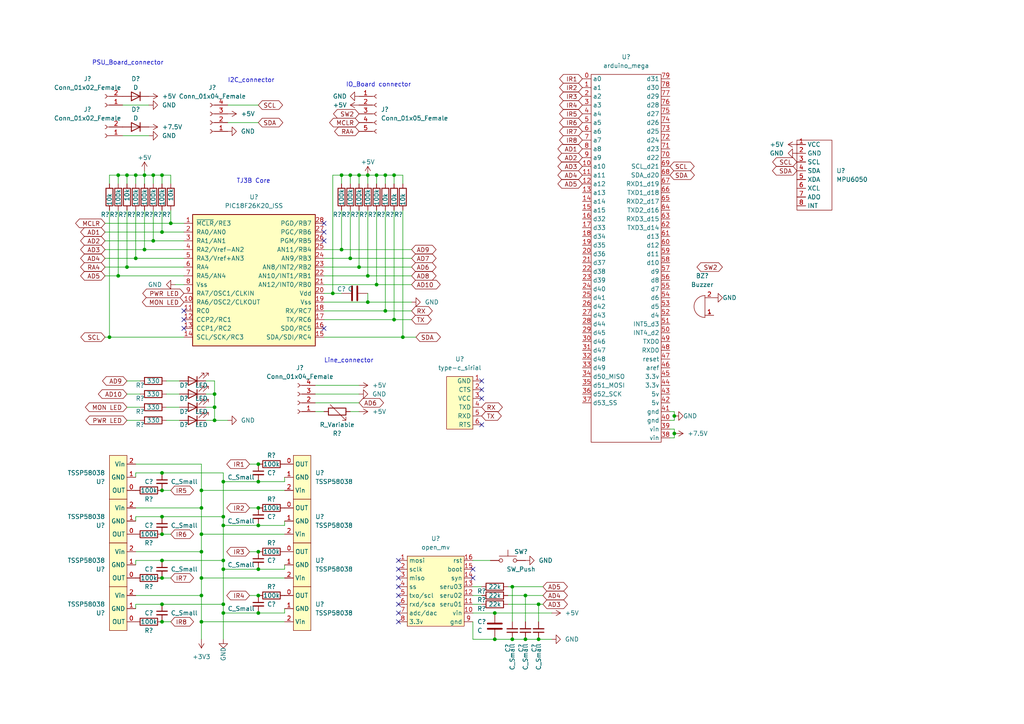
<source format=kicad_sch>
(kicad_sch (version 20211123) (generator eeschema)
  (paper "A4")
  (junction (at 148.59 170.18))
  (junction (at 62.23 118.11))
  (junction (at 58.42 172.72))
  (junction (at 64.77 165.1))
  (junction (at 143.51 185.42))
  (junction (at 58.42 180.34))
  (junction (at 106.68 87.63))
  (junction (at 114.3 92.71))
  (junction (at 74.93 165.1))
  (junction (at 46.99 137.16))
  (junction (at 39.37 50.8))
  (junction (at 148.59 185.42))
  (junction (at 74.93 160.02))
  (junction (at 74.93 134.62))
  (junction (at 111.76 90.17))
  (junction (at 44.45 50.8))
  (junction (at 195.58 125.73))
  (junction (at 39.37 74.93))
  (junction (at 31.75 97.79))
  (junction (at 64.77 162.56))
  (junction (at 152.4 172.72))
  (junction (at 58.42 160.02))
  (junction (at 34.29 80.01))
  (junction (at 36.83 50.8))
  (junction (at 99.06 50.8))
  (junction (at 109.22 50.8))
  (junction (at 111.76 50.8))
  (junction (at 74.93 147.32))
  (junction (at 114.3 50.8))
  (junction (at 46.99 142.24))
  (junction (at 64.77 139.7))
  (junction (at 44.45 69.85))
  (junction (at 99.06 72.39))
  (junction (at 156.21 185.42))
  (junction (at 46.99 167.64))
  (junction (at 64.77 177.8))
  (junction (at 96.52 85.09))
  (junction (at 64.77 175.26))
  (junction (at 74.93 139.7))
  (junction (at 101.6 74.93))
  (junction (at 46.99 149.86))
  (junction (at 58.42 142.24))
  (junction (at 74.93 172.72))
  (junction (at 46.99 180.34))
  (junction (at 156.21 175.26))
  (junction (at 64.77 149.86))
  (junction (at 46.99 50.8))
  (junction (at 41.91 50.8))
  (junction (at 106.68 80.01))
  (junction (at 62.23 114.3))
  (junction (at 46.99 154.94))
  (junction (at 116.84 97.79))
  (junction (at 46.99 162.56))
  (junction (at 58.42 147.32))
  (junction (at 36.83 77.47))
  (junction (at 74.93 152.4))
  (junction (at 104.14 50.8))
  (junction (at 62.23 121.92))
  (junction (at 195.58 120.65))
  (junction (at 143.51 177.8))
  (junction (at 106.68 50.8))
  (junction (at 34.29 50.8))
  (junction (at 46.99 175.26))
  (junction (at 49.53 64.77))
  (junction (at 46.99 67.31))
  (junction (at 104.14 77.47))
  (junction (at 109.22 82.55))
  (junction (at 152.4 185.42))
  (junction (at 58.42 154.94))
  (junction (at 41.91 72.39))
  (junction (at 64.77 152.4))
  (junction (at 58.42 167.64))
  (junction (at 74.93 177.8))
  (junction (at 101.6 50.8))
  (no_connect (at 115.57 177.8))
  (no_connect (at 115.57 172.72))
  (no_connect (at 53.34 90.17))
  (no_connect (at 93.98 67.31))
  (no_connect (at 115.57 180.34))
  (no_connect (at 115.57 162.56))
  (no_connect (at 115.57 167.64))
  (no_connect (at 93.98 64.77))
  (no_connect (at 139.7 123.19))
  (no_connect (at 137.16 167.64))
  (no_connect (at 53.34 95.25))
  (no_connect (at 139.7 115.57))
  (no_connect (at 139.7 110.49))
  (no_connect (at 115.57 165.1))
  (no_connect (at 93.98 69.85))
  (no_connect (at 115.57 175.26))
  (no_connect (at 139.7 113.03))
  (no_connect (at 115.57 170.18))
  (no_connect (at 137.16 165.1))
  (no_connect (at 53.34 92.71))
  (no_connect (at 93.98 95.25))
  (wire (pts (xy 195.58 125.73) (xy 195.58 127)))
  (wire (pts (xy 41.91 49.53) (xy 41.91 50.8)))
  (wire (pts (xy 93.98 90.17) (xy 111.76 90.17)))
  (wire (pts (xy 101.6 74.93) (xy 119.38 74.93)))
  (wire (pts (xy 74.93 165.1) (xy 82.55 165.1)))
  (wire (pts (xy 116.84 97.79) (xy 120.65 97.79)))
  (wire (pts (xy 58.42 167.64) (xy 82.55 167.64)))
  (wire (pts (xy 139.7 170.18) (xy 137.16 170.18)))
  (wire (pts (xy 106.68 87.63) (xy 119.38 87.63)))
  (wire (pts (xy 49.53 180.34) (xy 46.99 180.34)))
  (wire (pts (xy 156.21 175.26) (xy 157.48 175.26)))
  (wire (pts (xy 111.76 60.96) (xy 111.76 90.17)))
  (wire (pts (xy 99.06 72.39) (xy 93.98 72.39)))
  (wire (pts (xy 114.3 50.8) (xy 116.84 50.8)))
  (wire (pts (xy 64.77 149.86) (xy 64.77 152.4)))
  (wire (pts (xy 64.77 177.8) (xy 74.93 177.8)))
  (wire (pts (xy 148.59 185.42) (xy 143.51 185.42)))
  (wire (pts (xy 66.04 30.48) (xy 74.93 30.48)))
  (wire (pts (xy 46.99 67.31) (xy 53.34 67.31)))
  (wire (pts (xy 152.4 172.72) (xy 157.48 172.72)))
  (wire (pts (xy 74.93 139.7) (xy 82.55 139.7)))
  (wire (pts (xy 194.31 121.92) (xy 195.58 121.92)))
  (wire (pts (xy 139.7 172.72) (xy 137.16 172.72)))
  (wire (pts (xy 106.68 85.09) (xy 106.68 87.63)))
  (wire (pts (xy 36.83 118.11) (xy 40.64 118.11)))
  (wire (pts (xy 62.23 110.49) (xy 59.69 110.49)))
  (wire (pts (xy 41.91 53.34) (xy 41.91 50.8)))
  (wire (pts (xy 41.91 50.8) (xy 44.45 50.8)))
  (wire (pts (xy 44.45 50.8) (xy 44.45 53.34)))
  (wire (pts (xy 111.76 50.8) (xy 109.22 50.8)))
  (wire (pts (xy 44.45 69.85) (xy 53.34 69.85)))
  (wire (pts (xy 99.06 50.8) (xy 101.6 50.8)))
  (wire (pts (xy 114.3 92.71) (xy 119.38 92.71)))
  (wire (pts (xy 30.48 97.79) (xy 31.75 97.79)))
  (wire (pts (xy 49.53 154.94) (xy 46.99 154.94)))
  (wire (pts (xy 59.69 114.3) (xy 62.23 114.3)))
  (wire (pts (xy 194.31 119.38) (xy 195.58 119.38)))
  (wire (pts (xy 49.53 142.24) (xy 46.99 142.24)))
  (wire (pts (xy 64.77 177.8) (xy 64.77 185.42)))
  (wire (pts (xy 34.29 53.34) (xy 34.29 50.8)))
  (wire (pts (xy 30.48 67.31) (xy 46.99 67.31)))
  (wire (pts (xy 72.39 172.72) (xy 74.93 172.72)))
  (wire (pts (xy 148.59 170.18) (xy 148.59 180.34)))
  (wire (pts (xy 93.98 77.47) (xy 104.14 77.47)))
  (wire (pts (xy 50.8 82.55) (xy 53.34 82.55)))
  (wire (pts (xy 99.06 60.96) (xy 99.06 72.39)))
  (wire (pts (xy 41.91 72.39) (xy 53.34 72.39)))
  (wire (pts (xy 156.21 185.42) (xy 152.4 185.42)))
  (wire (pts (xy 36.83 77.47) (xy 53.34 77.47)))
  (wire (pts (xy 64.77 162.56) (xy 64.77 165.1)))
  (wire (pts (xy 58.42 167.64) (xy 58.42 172.72)))
  (wire (pts (xy 101.6 60.96) (xy 101.6 74.93)))
  (wire (pts (xy 49.53 60.96) (xy 49.53 64.77)))
  (wire (pts (xy 30.48 72.39) (xy 41.91 72.39)))
  (wire (pts (xy 64.77 175.26) (xy 64.77 177.8)))
  (wire (pts (xy 64.77 165.1) (xy 74.93 165.1)))
  (wire (pts (xy 109.22 60.96) (xy 109.22 82.55)))
  (wire (pts (xy 39.37 163.83) (xy 39.37 162.56)))
  (wire (pts (xy 39.37 160.02) (xy 58.42 160.02)))
  (wire (pts (xy 99.06 72.39) (xy 119.38 72.39)))
  (wire (pts (xy 58.42 180.34) (xy 58.42 185.42)))
  (wire (pts (xy 30.48 64.77) (xy 49.53 64.77)))
  (wire (pts (xy 48.26 121.92) (xy 52.07 121.92)))
  (wire (pts (xy 34.29 60.96) (xy 34.29 80.01)))
  (wire (pts (xy 72.39 147.32) (xy 74.93 147.32)))
  (wire (pts (xy 96.52 50.8) (xy 99.06 50.8)))
  (wire (pts (xy 91.44 116.84) (xy 104.14 116.84)))
  (wire (pts (xy 36.83 121.92) (xy 40.64 121.92)))
  (wire (pts (xy 30.48 69.85) (xy 44.45 69.85)))
  (wire (pts (xy 64.77 137.16) (xy 64.77 139.7)))
  (wire (pts (xy 39.37 60.96) (xy 39.37 74.93)))
  (wire (pts (xy 39.37 149.86) (xy 46.99 149.86)))
  (wire (pts (xy 93.98 87.63) (xy 106.68 87.63)))
  (wire (pts (xy 36.83 60.96) (xy 36.83 77.47)))
  (wire (pts (xy 31.75 50.8) (xy 34.29 50.8)))
  (wire (pts (xy 39.37 172.72) (xy 58.42 172.72)))
  (wire (pts (xy 96.52 85.09) (xy 96.52 50.8)))
  (wire (pts (xy 147.32 175.26) (xy 156.21 175.26)))
  (wire (pts (xy 46.99 137.16) (xy 39.37 137.16)))
  (wire (pts (xy 58.42 160.02) (xy 58.42 167.64)))
  (wire (pts (xy 106.68 60.96) (xy 106.68 80.01)))
  (wire (pts (xy 58.42 180.34) (xy 82.55 180.34)))
  (wire (pts (xy 139.7 175.26) (xy 137.16 175.26)))
  (wire (pts (xy 59.69 118.11) (xy 62.23 118.11)))
  (wire (pts (xy 104.14 50.8) (xy 106.68 50.8)))
  (wire (pts (xy 46.99 60.96) (xy 46.99 67.31)))
  (wire (pts (xy 93.98 92.71) (xy 114.3 92.71)))
  (wire (pts (xy 82.55 151.13) (xy 82.55 152.4)))
  (wire (pts (xy 46.99 137.16) (xy 64.77 137.16)))
  (wire (pts (xy 93.98 80.01) (xy 106.68 80.01)))
  (wire (pts (xy 91.44 114.3) (xy 104.14 114.3)))
  (wire (pts (xy 41.91 60.96) (xy 41.91 72.39)))
  (wire (pts (xy 111.76 90.17) (xy 119.38 90.17)))
  (wire (pts (xy 66.04 121.92) (xy 62.23 121.92)))
  (wire (pts (xy 31.75 97.79) (xy 53.34 97.79)))
  (wire (pts (xy 64.77 152.4) (xy 64.77 162.56)))
  (wire (pts (xy 58.42 134.62) (xy 58.42 142.24)))
  (wire (pts (xy 152.4 172.72) (xy 152.4 180.34)))
  (wire (pts (xy 44.45 50.8) (xy 46.99 50.8)))
  (wire (pts (xy 39.37 74.93) (xy 53.34 74.93)))
  (wire (pts (xy 30.48 74.93) (xy 39.37 74.93)))
  (wire (pts (xy 101.6 50.8) (xy 101.6 53.34)))
  (wire (pts (xy 36.83 110.49) (xy 40.64 110.49)))
  (wire (pts (xy 152.4 185.42) (xy 148.59 185.42)))
  (wire (pts (xy 156.21 175.26) (xy 156.21 180.34)))
  (wire (pts (xy 39.37 176.53) (xy 39.37 175.26)))
  (wire (pts (xy 35.56 39.37) (xy 43.18 39.37)))
  (wire (pts (xy 46.99 50.8) (xy 49.53 50.8)))
  (wire (pts (xy 39.37 151.13) (xy 39.37 149.86)))
  (wire (pts (xy 34.29 80.01) (xy 53.34 80.01)))
  (wire (pts (xy 137.16 185.42) (xy 143.51 185.42)))
  (wire (pts (xy 195.58 127) (xy 194.31 127)))
  (wire (pts (xy 160.02 177.8) (xy 143.51 177.8)))
  (wire (pts (xy 39.37 162.56) (xy 46.99 162.56)))
  (wire (pts (xy 36.83 50.8) (xy 36.83 53.34)))
  (wire (pts (xy 72.39 134.62) (xy 74.93 134.62)))
  (wire (pts (xy 58.42 142.24) (xy 82.55 142.24)))
  (wire (pts (xy 109.22 50.8) (xy 109.22 53.34)))
  (wire (pts (xy 64.77 139.7) (xy 64.77 149.86)))
  (wire (pts (xy 195.58 121.92) (xy 195.58 120.65)))
  (wire (pts (xy 36.83 114.3) (xy 40.64 114.3)))
  (wire (pts (xy 114.3 60.96) (xy 114.3 92.71)))
  (wire (pts (xy 74.93 152.4) (xy 82.55 152.4)))
  (wire (pts (xy 106.68 50.8) (xy 106.68 53.34)))
  (wire (pts (xy 148.59 170.18) (xy 147.32 170.18)))
  (wire (pts (xy 62.23 114.3) (xy 62.23 110.49)))
  (wire (pts (xy 104.14 50.8) (xy 104.14 53.34)))
  (wire (pts (xy 49.53 50.8) (xy 49.53 53.34)))
  (wire (pts (xy 195.58 119.38) (xy 195.58 120.65)))
  (wire (pts (xy 39.37 175.26) (xy 46.99 175.26)))
  (wire (pts (xy 64.77 139.7) (xy 74.93 139.7)))
  (wire (pts (xy 142.24 162.56) (xy 137.16 162.56)))
  (wire (pts (xy 30.48 80.01) (xy 34.29 80.01)))
  (wire (pts (xy 46.99 175.26) (xy 64.77 175.26)))
  (wire (pts (xy 48.26 118.11) (xy 52.07 118.11)))
  (wire (pts (xy 93.98 74.93) (xy 101.6 74.93)))
  (wire (pts (xy 116.84 50.8) (xy 116.84 53.34)))
  (wire (pts (xy 82.55 177.8) (xy 74.93 177.8)))
  (wire (pts (xy 72.39 160.02) (xy 74.93 160.02)))
  (wire (pts (xy 66.04 35.56) (xy 74.93 35.56)))
  (wire (pts (xy 58.42 142.24) (xy 58.42 147.32)))
  (wire (pts (xy 46.99 149.86) (xy 64.77 149.86)))
  (wire (pts (xy 137.16 177.8) (xy 143.51 177.8)))
  (wire (pts (xy 111.76 50.8) (xy 114.3 50.8)))
  (wire (pts (xy 93.98 85.09) (xy 96.52 85.09)))
  (wire (pts (xy 93.98 97.79) (xy 116.84 97.79)))
  (wire (pts (xy 91.44 119.38) (xy 93.98 119.38)))
  (wire (pts (xy 62.23 118.11) (xy 62.23 114.3)))
  (wire (pts (xy 157.48 170.18) (xy 148.59 170.18)))
  (wire (pts (xy 48.26 110.49) (xy 52.07 110.49)))
  (wire (pts (xy 44.45 60.96) (xy 44.45 69.85)))
  (wire (pts (xy 194.31 124.46) (xy 195.58 124.46)))
  (wire (pts (xy 147.32 172.72) (xy 152.4 172.72)))
  (wire (pts (xy 39.37 50.8) (xy 39.37 53.34)))
  (wire (pts (xy 39.37 134.62) (xy 58.42 134.62)))
  (wire (pts (xy 30.48 77.47) (xy 36.83 77.47)))
  (wire (pts (xy 31.75 60.96) (xy 31.75 97.79)))
  (wire (pts (xy 34.29 50.8) (xy 36.83 50.8)))
  (wire (pts (xy 36.83 50.8) (xy 39.37 50.8)))
  (wire (pts (xy 99.06 53.34) (xy 99.06 50.8)))
  (wire (pts (xy 104.14 77.47) (xy 119.38 77.47)))
  (wire (pts (xy 96.52 85.09) (xy 99.06 85.09)))
  (wire (pts (xy 106.68 50.8) (xy 109.22 50.8)))
  (wire (pts (xy 195.58 124.46) (xy 195.58 125.73)))
  (wire (pts (xy 62.23 121.92) (xy 62.23 118.11)))
  (wire (pts (xy 64.77 152.4) (xy 74.93 152.4)))
  (wire (pts (xy 31.75 53.34) (xy 31.75 50.8)))
  (wire (pts (xy 82.55 176.53) (xy 82.55 177.8)))
  (wire (pts (xy 46.99 50.8) (xy 46.99 53.34)))
  (wire (pts (xy 111.76 53.34) (xy 111.76 50.8)))
  (wire (pts (xy 58.42 154.94) (xy 58.42 160.02)))
  (wire (pts (xy 101.6 119.38) (xy 104.14 119.38)))
  (wire (pts (xy 104.14 60.96) (xy 104.14 77.47)))
  (wire (pts (xy 49.53 64.77) (xy 53.34 64.77)))
  (wire (pts (xy 82.55 165.1) (xy 82.55 163.83)))
  (wire (pts (xy 160.02 185.42) (xy 156.21 185.42)))
  (wire (pts (xy 59.69 121.92) (xy 62.23 121.92)))
  (wire (pts (xy 116.84 60.96) (xy 116.84 97.79)))
  (wire (pts (xy 39.37 137.16) (xy 39.37 138.43)))
  (wire (pts (xy 82.55 139.7) (xy 82.55 138.43)))
  (wire (pts (xy 109.22 82.55) (xy 119.38 82.55)))
  (wire (pts (xy 39.37 50.8) (xy 41.91 50.8)))
  (wire (pts (xy 64.77 165.1) (xy 64.77 175.26)))
  (wire (pts (xy 101.6 50.8) (xy 104.14 50.8)))
  (wire (pts (xy 93.98 82.55) (xy 109.22 82.55)))
  (wire (pts (xy 91.44 111.76) (xy 104.14 111.76)))
  (wire (pts (xy 58.42 154.94) (xy 82.55 154.94)))
  (wire (pts (xy 39.37 147.32) (xy 58.42 147.32)))
  (wire (pts (xy 35.56 30.48) (xy 43.18 30.48)))
  (wire (pts (xy 58.42 147.32) (xy 58.42 154.94)))
  (wire (pts (xy 114.3 50.8) (xy 114.3 53.34)))
  (wire (pts (xy 48.26 114.3) (xy 52.07 114.3)))
  (wire (pts (xy 49.53 167.64) (xy 46.99 167.64)))
  (wire (pts (xy 46.99 162.56) (xy 64.77 162.56)))
  (wire (pts (xy 106.68 80.01) (xy 119.38 80.01)))
  (wire (pts (xy 58.42 172.72) (xy 58.42 180.34)))
  (wire (pts (xy 137.16 180.34) (xy 137.16 185.42)))
  (text "Line_connector" (at 93.98 105.41 0) (effects (font (size 1.27 1.27)) (justify left bottom)))
  (text "IO_Board connector" (at 100.33 25.4 0) (effects (font (size 1.27 1.27)) (justify left bottom)))
  (text "TJ3B Core" (at 68.58 53.34 0) (effects (font (size 1.27 1.27)) (justify left bottom)))
  (text "I2C_connector" (at 66.04 24.13 0) (effects (font (size 1.27 1.27)) (justify left bottom)))
  (text "PSU_Board_connector" (at 26.67 19.05 0) (effects (font (size 1.27 1.27)) (justify left bottom)))
  (global_label "IR1" (shape bidirectional) (at 168.91 22.86 180) (property "Intersheet References" "${INTERSHEET_REFS}" (effects hide)))
  (global_label "SCL" (shape bidirectional) (at 194.31 48.26 0) (property "Intersheet References" "${INTERSHEET_REFS}" (effects hide)))
  (global_label "MON LED" (shape bidirectional) (at 36.83 118.11 180) (property "Intersheet References" "${INTERSHEET_REFS}" (effects hide)))
  (global_label "IR4" (shape bidirectional) (at 168.91 30.48 180) (property "Intersheet References" "${INTERSHEET_REFS}" (effects hide)))
  (global_label "SW2" (shape bidirectional) (at 104.14 33.02 180) (property "Intersheet References" "${INTERSHEET_REFS}" (effects hide)))
  (global_label "AD4" (shape bidirectional) (at 157.48 172.72 0) (property "Intersheet References" "${INTERSHEET_REFS}" (effects hide)))
  (global_label "AD5" (shape bidirectional) (at 157.48 170.18 0) (property "Intersheet References" "${INTERSHEET_REFS}" (effects hide)))
  (global_label "AD5" (shape bidirectional) (at 168.91 53.34 180) (property "Intersheet References" "${INTERSHEET_REFS}" (effects hide)))
  (global_label "SDA" (shape bidirectional) (at 74.93 35.56 0) (property "Intersheet References" "${INTERSHEET_REFS}" (effects hide)))
  (global_label "RX" (shape bidirectional) (at 139.7 118.11 0) (property "Intersheet References" "${INTERSHEET_REFS}" (effects hide)))
  (global_label "AD4" (shape bidirectional) (at 168.91 50.8 180) (property "Intersheet References" "${INTERSHEET_REFS}" (effects hide)))
  (global_label "IR2" (shape bidirectional) (at 72.39 147.32 180) (property "Intersheet References" "${INTERSHEET_REFS}" (effects hide)))
  (global_label "AD9" (shape bidirectional) (at 119.38 72.39 0) (property "Intersheet References" "${INTERSHEET_REFS}" (effects hide)))
  (global_label "AD2" (shape bidirectional) (at 30.48 69.85 180) (property "Intersheet References" "${INTERSHEET_REFS}" (effects hide)))
  (global_label "RA4" (shape bidirectional) (at 104.14 38.1 180) (property "Intersheet References" "${INTERSHEET_REFS}" (effects hide)))
  (global_label "SCL" (shape bidirectional) (at 74.93 30.48 0) (property "Intersheet References" "${INTERSHEET_REFS}" (effects hide)))
  (global_label "SDA" (shape bidirectional) (at 120.65 97.79 0) (property "Intersheet References" "${INTERSHEET_REFS}" (effects hide)))
  (global_label "AD10" (shape bidirectional) (at 36.83 114.3 180) (property "Intersheet References" "${INTERSHEET_REFS}" (effects hide)))
  (global_label "PWR LED" (shape bidirectional) (at 53.34 85.09 180) (property "Intersheet References" "${INTERSHEET_REFS}" (effects hide)))
  (global_label "SCL" (shape bidirectional) (at 30.48 97.79 180) (property "Intersheet References" "${INTERSHEET_REFS}" (effects hide)))
  (global_label "AD1" (shape bidirectional) (at 30.48 67.31 180) (property "Intersheet References" "${INTERSHEET_REFS}" (effects hide)))
  (global_label "AD4" (shape bidirectional) (at 30.48 74.93 180) (property "Intersheet References" "${INTERSHEET_REFS}" (effects hide)))
  (global_label "SCL" (shape bidirectional) (at 231.14 46.99 180) (property "Intersheet References" "${INTERSHEET_REFS}" (effects hide)))
  (global_label "AD9" (shape bidirectional) (at 36.83 110.49 180) (property "Intersheet References" "${INTERSHEET_REFS}" (effects hide)))
  (global_label "MCLR" (shape bidirectional) (at 30.48 64.77 180) (property "Intersheet References" "${INTERSHEET_REFS}" (effects hide)))
  (global_label "IR8" (shape bidirectional) (at 49.53 180.34 0) (property "Intersheet References" "${INTERSHEET_REFS}" (effects hide)))
  (global_label "SDA" (shape bidirectional) (at 231.14 49.53 180) (property "Intersheet References" "${INTERSHEET_REFS}" (effects hide)))
  (global_label "RX" (shape bidirectional) (at 119.38 90.17 0) (property "Intersheet References" "${INTERSHEET_REFS}" (effects hide)))
  (global_label "AD2" (shape bidirectional) (at 168.91 45.72 180) (property "Intersheet References" "${INTERSHEET_REFS}" (effects hide)))
  (global_label "AD1" (shape bidirectional) (at 168.91 43.18 180) (property "Intersheet References" "${INTERSHEET_REFS}" (effects hide)))
  (global_label "AD3" (shape bidirectional) (at 157.48 175.26 0) (property "Intersheet References" "${INTERSHEET_REFS}" (effects hide)))
  (global_label "AD8" (shape bidirectional) (at 119.38 80.01 0) (property "Intersheet References" "${INTERSHEET_REFS}" (effects hide)))
  (global_label "IR7" (shape bidirectional) (at 168.91 38.1 180) (property "Intersheet References" "${INTERSHEET_REFS}" (effects hide)))
  (global_label "IR1" (shape bidirectional) (at 72.39 134.62 180) (property "Intersheet References" "${INTERSHEET_REFS}" (effects hide)))
  (global_label "IR5" (shape bidirectional) (at 49.53 142.24 0) (property "Intersheet References" "${INTERSHEET_REFS}" (effects hide)))
  (global_label "PWR LED" (shape bidirectional) (at 36.83 121.92 180) (property "Intersheet References" "${INTERSHEET_REFS}" (effects hide)))
  (global_label "IR6" (shape bidirectional) (at 49.53 154.94 0) (property "Intersheet References" "${INTERSHEET_REFS}" (effects hide)))
  (global_label "AD3" (shape bidirectional) (at 30.48 72.39 180) (property "Intersheet References" "${INTERSHEET_REFS}" (effects hide)))
  (global_label "AD3" (shape bidirectional) (at 168.91 48.26 180) (property "Intersheet References" "${INTERSHEET_REFS}" (effects hide)))
  (global_label "IR3" (shape bidirectional) (at 168.91 27.94 180) (property "Intersheet References" "${INTERSHEET_REFS}" (effects hide)))
  (global_label "IR7" (shape bidirectional) (at 49.53 167.64 0) (property "Intersheet References" "${INTERSHEET_REFS}" (effects hide)))
  (global_label "AD5" (shape bidirectional) (at 30.48 80.01 180) (property "Intersheet References" "${INTERSHEET_REFS}" (effects hide)))
  (global_label "AD6" (shape bidirectional) (at 104.14 116.84 0) (property "Intersheet References" "${INTERSHEET_REFS}" (effects hide)))
  (global_label "AD10" (shape bidirectional) (at 119.38 82.55 0) (property "Intersheet References" "${INTERSHEET_REFS}" (effects hide)))
  (global_label "IR8" (shape bidirectional) (at 168.91 40.64 180) (property "Intersheet References" "${INTERSHEET_REFS}" (effects hide)))
  (global_label "AD6" (shape bidirectional) (at 119.38 77.47 0) (property "Intersheet References" "${INTERSHEET_REFS}" (effects hide)))
  (global_label "AD7" (shape bidirectional) (at 119.38 74.93 0) (property "Intersheet References" "${INTERSHEET_REFS}" (effects hide)))
  (global_label "MCLR" (shape bidirectional) (at 104.14 35.56 180) (property "Intersheet References" "${INTERSHEET_REFS}" (effects hide)))
  (global_label "SDA" (shape bidirectional) (at 194.31 50.8 0) (property "Intersheet References" "${INTERSHEET_REFS}" (effects hide)))
  (global_label "TX" (shape bidirectional) (at 139.7 120.65 0) (property "Intersheet References" "${INTERSHEET_REFS}" (effects hide)))
  (global_label "IR5" (shape bidirectional) (at 168.91 33.02 180) (property "Intersheet References" "${INTERSHEET_REFS}" (effects hide)))
  (global_label "SW2" (shape bidirectional) (at 209.55 77.47 180) (property "Intersheet References" "${INTERSHEET_REFS}" (effects hide)))
  (global_label "MON LED" (shape bidirectional) (at 53.34 87.63 180) (property "Intersheet References" "${INTERSHEET_REFS}" (effects hide)))
  (global_label "IR2" (shape bidirectional) (at 168.91 25.4 180) (property "Intersheet References" "${INTERSHEET_REFS}" (effects hide)))
  (global_label "RA4" (shape bidirectional) (at 30.48 77.47 180) (property "Intersheet References" "${INTERSHEET_REFS}" (effects hide)))
  (global_label "IR6" (shape bidirectional) (at 168.91 35.56 180) (property "Intersheet References" "${INTERSHEET_REFS}" (effects hide)))
  (global_label "IR4" (shape bidirectional) (at 72.39 172.72 180) (property "Intersheet References" "${INTERSHEET_REFS}" (effects hide)))
  (global_label "TX" (shape bidirectional) (at 119.38 92.71 0) (property "Intersheet References" "${INTERSHEET_REFS}" (effects hide)))
  (global_label "IR3" (shape bidirectional) (at 72.39 160.02 180) (property "Intersheet References" "${INTERSHEET_REFS}" (effects hide)))
  (symbol (lib_id "power:+5V") (at 231.14 41.91 90) (unit 1)
    (property "Reference" "#PWR?" (effects hide))
    (property "Value" "+5V" (at 227.33 41.9101 90) (effects (justify left)))
  )
  (symbol (lib_name "TSSP58038_7") (lib_id "ir_sensor:TSSP58038") (at 36.83 163.83 90) (unit 1)
    (property "Reference" "U?" (at 30.48 165.1001 90) (effects (justify left)))
    (property "Value" "TSSP58038" (at 30.48 162.5601 90) (effects (justify left)))
    (property "Footprint" "Lib:TSSP58038_IR" (effects hide))
  )
  (symbol (lib_id "power:GND") (at 119.38 87.63 90) (unit 1)
    (property "Reference" "#PWR?" (effects hide))
    (property "Value" "GND" (at 123.19 87.6299 90) (effects (justify right)))
  )
  (symbol (lib_id "Device:C_Small") (at 74.93 137.16 0) (unit 1)
    (property "Reference" "C?" (at 77.47 137.16 0) (effects (justify left)))
    (property "Value" "C_Small" (at 65.987 138.43 0) (effects (justify left)))
    (property "Footprint" "Capacitor_THT:C_Disc_D3.8mm_W2.6mm_P2.50mm" (effects hide))
  )
  (symbol (lib_id "power:GND") (at 195.58 120.65 90) (unit 1)
    (property "Reference" "#PWR?" (effects hide))
    (property "Value" "GND" (at 198.12 120.65 90) (effects (justify right)))
  )
  (symbol (lib_id "Connector:Conn_01x04_Female") (at 86.36 116.84 180) (unit 1)
    (property "Reference" "J?" (at 86.995 106.68 0))
    (property "Value" "Conn_01x04_Female" (at 86.995 109.22 0))
    (property "Footprint" "Connector_JST:JST_XH_B4B-XH-A_1x04_P2.50mm_Vertical" (effects hide))
  )
  (symbol (lib_id "Device:R") (at 44.45 114.3 90) (unit 1)
    (property "Reference" "R?" (at 40.64 115.57 90))
    (property "Value" "330" (at 44.45 114.3 90))
    (property "Footprint" "Resistor_THT:R_Axial_DIN0204_L3.6mm_D1.6mm_P5.08mm_Horizontal" (effects hide))
  )
  (symbol (lib_id "power:GND") (at 207.01 86.36 90) (unit 1)
    (property "Reference" "#PWR?" (effects hide))
    (property "Value" "GND" (at 209.55 86.36 90) (effects (justify right)))
  )
  (symbol (lib_id "type-c_sirial:type-c_sirial") (at 127 116.84 90) (unit 1)
    (property "Reference" "U?" (at 133.35 104.14 90))
    (property "Value" "type-c_sirial" (at 133.35 106.68 90))
    (property "Footprint" "Lib:Type-C_Sirial_Board" (effects hide))
  )
  (symbol (lib_id "power:GND") (at 152.4 162.56 90) (unit 1)
    (property "Reference" "#PWR?" (effects hide))
    (property "Value" "GND" (at 156.21 162.5599 90) (effects (justify right)))
  )
  (symbol (lib_id "power:+5V") (at 160.02 177.8 270) (unit 1)
    (property "Reference" "#PWR?" (effects hide))
    (property "Value" "+5V" (at 163.83 177.7999 90) (effects (justify left)))
  )
  (symbol (lib_id "Device:C") (at 102.87 85.09 90) (unit 1)
    (property "Reference" "C?" (at 99.06 83.82 90))
    (property "Value" "C" (at 101.6 83.82 90))
    (property "Footprint" "Capacitor_THT:CP_Radial_D5.0mm_P2.50mm" (effects hide))
  )
  (symbol (lib_id "power:GND") (at 64.77 185.42 0) (unit 1)
    (property "Reference" "#PWR?" (effects hide))
    (property "Value" "GND" (at 64.77 191.77 90) (effects (justify left)))
  )
  (symbol (lib_id "Device:R") (at 46.99 57.15 0) (unit 1)
    (property "Reference" "R?" (at 44.45 62.23 0) (effects (justify left)))
    (property "Value" "100k" (at 46.99 59.69 90) (effects (justify left)))
    (property "Footprint" "Resistor_THT:R_Axial_DIN0204_L3.6mm_D1.6mm_P5.08mm_Horizontal" (effects hide))
  )
  (symbol (lib_id "Device:R") (at 43.18 180.34 90) (unit 1)
    (property "Reference" "R?" (at 43.18 182.88 90))
    (property "Value" "100k" (at 43.18 180.34 90))
    (property "Footprint" "Resistor_THT:R_Axial_DIN0204_L3.6mm_D1.6mm_P5.08mm_Horizontal" (effects hide))
  )
  (symbol (lib_id "Device:R") (at 106.68 57.15 0) (unit 1)
    (property "Reference" "R?" (at 104.14 62.23 0) (effects (justify left)))
    (property "Value" "100k" (at 106.68 59.69 90) (effects (justify left)))
    (property "Footprint" "Resistor_THT:R_Axial_DIN0204_L3.6mm_D1.6mm_P5.08mm_Horizontal" (effects hide))
  )
  (symbol (lib_id "Device:R") (at 44.45 118.11 90) (unit 1)
    (property "Reference" "R?" (at 40.64 119.38 90))
    (property "Value" "330" (at 44.45 118.11 90))
    (property "Footprint" "Resistor_THT:R_Axial_DIN0204_L3.6mm_D1.6mm_P5.08mm_Horizontal" (effects hide))
  )
  (symbol (lib_id "Connector:Conn_01x04_Female") (at 60.96 35.56 180) (unit 1)
    (property "Reference" "J?" (at 61.595 25.4 0))
    (property "Value" "Conn_01x04_Female" (at 61.595 27.94 0))
    (property "Footprint" "Connector_JST:JST_XH_B4B-XH-A_1x04_P2.50mm_Vertical" (effects hide))
  )
  (symbol (lib_id "power:GND") (at 43.18 39.37 90) (unit 1)
    (property "Reference" "#PWR?" (effects hide))
    (property "Value" "GND" (at 46.99 39.3699 90) (effects (justify right)))
  )
  (symbol (lib_id "Device:R") (at 49.53 57.15 0) (unit 1)
    (property "Reference" "R?" (at 46.99 62.23 0) (effects (justify left)))
    (property "Value" "10k" (at 49.53 58.42 90) (effects (justify left)))
    (property "Footprint" "Resistor_THT:R_Axial_DIN0204_L3.6mm_D1.6mm_P5.08mm_Horizontal" (effects hide))
  )
  (symbol (lib_name "TSSP58038_2") (lib_id "ir_sensor:TSSP58038") (at 85.09 163.83 270) (unit 1)
    (property "Reference" "U?" (at 91.44 162.5599 90) (effects (justify left)))
    (property "Value" "TSSP58038" (at 91.44 165.0999 90) (effects (justify left)))
    (property "Footprint" "Lib:TSSP58038_IR" (effects hide))
  )
  (symbol (lib_id "Device:C_Small") (at 46.99 139.7 0) (unit 1)
    (property "Reference" "C?" (at 41.91 139.7 0) (effects (justify left)))
    (property "Value" "C_Small" (at 49.53 139.7 0) (effects (justify left)))
    (property "Footprint" "Capacitor_THT:C_Disc_D3.8mm_W2.6mm_P2.50mm" (effects hide))
  )
  (symbol (lib_id "Device:R_Variable") (at 97.79 119.38 270) (unit 1)
    (property "Reference" "R?" (at 97.79 125.73 90))
    (property "Value" "R_Variable" (at 97.79 123.19 90))
    (property "Footprint" "Lib:R_Varlable" (effects hide))
  )
  (symbol (lib_id "Device:R") (at 109.22 57.15 0) (unit 1)
    (property "Reference" "R?" (at 106.68 62.23 0) (effects (justify left)))
    (property "Value" "100k" (at 109.22 59.69 90) (effects (justify left)))
    (property "Footprint" "Resistor_THT:R_Axial_DIN0204_L3.6mm_D1.6mm_P5.08mm_Horizontal" (effects hide))
  )
  (symbol (lib_name "TSSP58038_7") (lib_id "ir_sensor:TSSP58038") (at 36.83 176.53 90) (unit 1)
    (property "Reference" "U?" (at 30.48 177.8001 90) (effects (justify left)))
    (property "Value" "TSSP58038" (at 30.48 175.2601 90) (effects (justify left)))
    (property "Footprint" "Lib:TSSP58038_IR" (effects hide))
  )
  (symbol (lib_id "power:+5V") (at 104.14 30.48 90) (unit 1)
    (property "Reference" "#PWR?" (effects hide))
    (property "Value" "+5V" (at 96.52 30.48 90) (effects (justify right)))
  )
  (symbol (lib_id "Device:R") (at 78.74 134.62 90) (unit 1)
    (property "Reference" "R?" (at 78.74 132.08 90))
    (property "Value" "100k" (at 78.74 134.62 90))
    (property "Footprint" "Resistor_THT:R_Axial_DIN0204_L3.6mm_D1.6mm_P5.08mm_Horizontal" (effects hide))
  )
  (symbol (lib_id "power:GND") (at 66.04 38.1 90) (unit 1)
    (property "Reference" "#PWR?" (effects hide))
    (property "Value" "GND" (at 69.85 38.0999 90) (effects (justify right)))
  )
  (symbol (lib_id "power:GND") (at 231.14 44.45 270) (unit 1)
    (property "Reference" "#PWR?" (effects hide))
    (property "Value" "GND" (at 227.33 44.4501 90) (effects (justify right)))
  )
  (symbol (lib_id "Device:R") (at 78.74 172.72 90) (unit 1)
    (property "Reference" "R?" (at 78.74 170.18 90))
    (property "Value" "100k" (at 78.74 172.72 90))
    (property "Footprint" "Resistor_THT:R_Axial_DIN0204_L3.6mm_D1.6mm_P5.08mm_Horizontal" (effects hide))
  )
  (symbol (lib_id "Device:LED") (at 55.88 110.49 180) (unit 1)
    (property "Reference" "D?" (at 53.34 111.76 0))
    (property "Value" "LED" (at 58.42 111.76 0))
    (property "Footprint" "LED_THT:LED_D5.0mm_Clear" (effects hide))
  )
  (symbol (lib_id "tj3b pic:PIC18F26K20_ISS") (at 73.66 85.09 0) (unit 1)
    (property "Reference" "U?" (at 73.66 57.15 0))
    (property "Value" "PIC18F26K20_ISS" (at 73.66 59.69 0))
    (property "Footprint" "Package_DIP:DIP-28_W7.62mm_Socket_LongPads" (effects hide))
    (property "Datasheet" "http://ww1.microchip.com/downloads/en/DeviceDoc/40001303H.pdf" (effects hide))
  )
  (symbol (lib_id "Device:LED") (at 55.88 121.92 180) (unit 1)
    (property "Reference" "D?" (at 53.34 123.19 0))
    (property "Value" "LED" (at 58.42 123.19 0))
    (property "Footprint" "LED_THT:LED_D5.0mm_Clear" (effects hide))
  )
  (symbol (lib_id "Device:C_Small") (at 74.93 162.56 0) (unit 1)
    (property "Reference" "C?" (at 77.47 162.56 0) (effects (justify left)))
    (property "Value" "C_Small" (at 65.987 163.83 0) (effects (justify left)))
    (property "Footprint" "Capacitor_THT:C_Disc_D3.8mm_W2.6mm_P2.50mm" (effects hide))
  )
  (symbol (lib_id "Device:R") (at 43.18 154.94 90) (unit 1)
    (property "Reference" "R?" (at 43.18 157.48 90))
    (property "Value" "100k" (at 43.18 154.94 90))
    (property "Footprint" "Resistor_THT:R_Axial_DIN0204_L3.6mm_D1.6mm_P5.08mm_Horizontal" (effects hide))
  )
  (symbol (lib_id "power:GND") (at 66.04 121.92 90) (unit 1)
    (property "Reference" "#PWR?" (effects hide))
    (property "Value" "GND" (at 69.85 121.9199 90) (effects (justify right)))
  )
  (symbol (lib_id "Device:R") (at 104.14 57.15 0) (unit 1)
    (property "Reference" "R?" (at 101.6 62.23 0) (effects (justify left)))
    (property "Value" "100k" (at 104.14 59.69 90) (effects (justify left)))
    (property "Footprint" "Resistor_THT:R_Axial_DIN0204_L3.6mm_D1.6mm_P5.08mm_Horizontal" (effects hide))
  )
  (symbol (lib_id "Device:R") (at 34.29 57.15 0) (unit 1)
    (property "Reference" "R?" (at 31.75 62.23 0) (effects (justify left)))
    (property "Value" "100k" (at 34.29 59.69 90) (effects (justify left)))
    (property "Footprint" "Resistor_THT:R_Axial_DIN0204_L3.6mm_D1.6mm_P5.08mm_Horizontal" (effects hide))
  )
  (symbol (lib_id "Device:R") (at 143.51 170.18 90) (unit 1)
    (property "Reference" "R?" (at 139.7 171.45 90))
    (property "Value" "22k" (at 143.51 170.18 90))
    (property "Footprint" "Resistor_THT:R_Axial_DIN0204_L3.6mm_D1.6mm_P5.08mm_Horizontal" (effects hide))
  )
  (symbol (lib_id "Connector:Conn_01x02_Female") (at 30.48 30.48 180) (unit 1)
    (property "Reference" "J?" (at 25.4 22.86 0))
    (property "Value" "Conn_01x02_Female" (at 25.4 25.4 0))
    (property "Footprint" "Connector_JST:JST_XH_B2B-XH-A_1x02_P2.50mm_Vertical" (effects hide))
  )
  (symbol (lib_id "Device:R") (at 41.91 57.15 0) (unit 1)
    (property "Reference" "R?" (at 39.37 62.23 0) (effects (justify left)))
    (property "Value" "100k" (at 41.91 59.69 90) (effects (justify left)))
    (property "Footprint" "Resistor_THT:R_Axial_DIN0204_L3.6mm_D1.6mm_P5.08mm_Horizontal" (effects hide))
  )
  (symbol (lib_id "Connector:Conn_01x02_Female") (at 30.48 39.37 180) (unit 1)
    (property "Reference" "J?" (at 25.4 31.75 0))
    (property "Value" "Conn_01x02_Female" (at 25.4 34.29 0))
    (property "Footprint" "Connector_JST:JST_XH_B2B-XH-A_1x02_P2.50mm_Vertical" (effects hide))
  )
  (symbol (lib_id "Device:C_Small") (at 74.93 175.26 0) (unit 1)
    (property "Reference" "C?" (at 77.47 175.26 0) (effects (justify left)))
    (property "Value" "C_Small" (at 66.04 176.53 0) (effects (justify left)))
    (property "Footprint" "Capacitor_THT:C_Disc_D3.8mm_W2.6mm_P2.50mm" (effects hide))
  )
  (symbol (lib_id "Device:R") (at 101.6 57.15 0) (unit 1)
    (property "Reference" "R?" (at 99.06 62.23 0) (effects (justify left)))
    (property "Value" "100k" (at 101.6 59.69 90) (effects (justify left)))
    (property "Footprint" "Resistor_THT:R_Axial_DIN0204_L3.6mm_D1.6mm_P5.08mm_Horizontal" (effects hide))
  )
  (symbol (lib_id "Connector:Conn_01x05_Female") (at 109.22 33.02 0) (unit 1)
    (property "Reference" "J?" (at 110.49 31.7499 0) (effects (justify left)))
    (property "Value" "Conn_01x05_Female" (at 110.49 34.2899 0) (effects (justify left)))
    (property "Footprint" "Connector_JST:JST_XH_B5B-XH-A_1x05_P2.50mm_Vertical" (effects hide))
  )
  (symbol (lib_id "Device:R") (at 36.83 57.15 0) (unit 1)
    (property "Reference" "R?" (at 34.29 62.23 0) (effects (justify left)))
    (property "Value" "10k" (at 36.83 58.42 90) (effects (justify left)))
    (property "Footprint" "Resistor_THT:R_Axial_DIN0204_L3.6mm_D1.6mm_P5.08mm_Horizontal" (effects hide))
  )
  (symbol (lib_id "Device:C_Small") (at 46.99 165.1 0) (unit 1)
    (property "Reference" "C?" (at 41.91 165.1 0) (effects (justify left)))
    (property "Value" "C_Small" (at 49.53 165.1 0) (effects (justify left)))
    (property "Footprint" "Capacitor_THT:C_Disc_D3.8mm_W2.6mm_P2.50mm" (effects hide))
  )
  (symbol (lib_id "Device:LED") (at 55.88 114.3 180) (unit 1)
    (property "Reference" "D?" (at 53.34 115.57 0))
    (property "Value" "LED" (at 58.42 115.57 0))
    (property "Footprint" "LED_THT:LED_D5.0mm_Clear" (effects hide))
  )
  (symbol (lib_id "Device:R") (at 99.06 57.15 0) (unit 1)
    (property "Reference" "R?" (at 96.52 62.23 0) (effects (justify left)))
    (property "Value" "100k" (at 99.06 59.69 90) (effects (justify left)))
    (property "Footprint" "Resistor_THT:R_Axial_DIN0204_L3.6mm_D1.6mm_P5.08mm_Horizontal" (effects hide))
  )
  (symbol (lib_id "Device:C_Small") (at 46.99 177.8 0) (unit 1)
    (property "Reference" "C?" (at 41.91 177.8 0) (effects (justify left)))
    (property "Value" "C_Small" (at 49.53 177.8 0) (effects (justify left)))
    (property "Footprint" "Capacitor_THT:C_Disc_D3.8mm_W2.6mm_P2.50mm" (effects hide))
  )
  (symbol (lib_name "TSSP58038_3") (lib_id "ir_sensor:TSSP58038") (at 85.09 151.13 270) (unit 1)
    (property "Reference" "U?" (at 91.44 149.8599 90) (effects (justify left)))
    (property "Value" "TSSP58038" (at 91.44 152.3999 90) (effects (justify left)))
    (property "Footprint" "Lib:TSSP58038_IR" (effects hide))
  )
  (symbol (lib_id "power:+3.3V") (at 58.42 185.42 180) (unit 1)
    (property "Reference" "#PWR?" (effects hide))
    (property "Value" "+3.3V" (at 58.42 190.5 0))
  )
  (symbol (lib_id "Device:R") (at 143.51 172.72 90) (unit 1)
    (property "Reference" "R?" (at 139.7 173.99 90))
    (property "Value" "22k" (at 143.51 172.72 90))
    (property "Footprint" "Resistor_THT:R_Axial_DIN0204_L3.6mm_D1.6mm_P5.08mm_Horizontal" (effects hide))
  )
  (symbol (lib_id "power:GND") (at 160.02 185.42 90) (unit 1)
    (property "Reference" "#PWR?" (effects hide))
    (property "Value" "GND" (at 163.83 185.4199 90) (effects (justify right)))
  )
  (symbol (lib_id "Device:R") (at 43.18 167.64 90) (unit 1)
    (property "Reference" "R?" (at 43.18 170.18 90))
    (property "Value" "100k" (at 43.18 167.64 90))
    (property "Footprint" "Resistor_THT:R_Axial_DIN0204_L3.6mm_D1.6mm_P5.08mm_Horizontal" (effects hide))
  )
  (symbol (lib_id "Switch:SW_Push") (at 147.32 162.56 0) (unit 1)
    (property "Reference" "SW?" (at 151.13 160.02 0))
    (property "Value" "SW_Push" (at 151.13 165.1 0))
    (property "Footprint" "Button_Switch_THT:SW_PUSH_6mm_H5mm" (effects hide))
  )
  (symbol (lib_id "power:+7.5V") (at 43.18 36.83 270) (unit 1)
    (property "Reference" "#PWR?" (effects hide))
    (property "Value" "+7.5V" (at 46.99 36.8299 90) (effects (justify left)))
  )
  (symbol (lib_id "power:+5V") (at 104.14 111.76 270) (unit 1)
    (property "Reference" "#PWR?" (effects hide))
    (property "Value" "+5V" (at 107.95 111.7599 90) (effects (justify left)))
  )
  (symbol (lib_id "Device:Buzzer") (at 204.47 88.9 180) (unit 1)
    (property "Reference" "BZ?" (at 203.708 80.01 0))
    (property "Value" "Buzzer" (at 203.708 82.55 0))
  )
  (symbol (lib_id "Device:C") (at 143.51 181.61 0) (unit 1)
    (property "Reference" "C?" (at 138.43 180.34 0) (effects (justify left)))
    (property "Value" "C" (at 138.43 182.88 0) (effects (justify left)))
    (property "Footprint" "Capacitor_THT:CP_Radial_D5.0mm_P2.50mm" (effects hide))
  )
  (symbol (lib_name "TSSP58038_7") (lib_id "ir_sensor:TSSP58038") (at 36.83 151.13 90) (unit 1)
    (property "Reference" "U?" (at 30.48 152.4001 90) (effects (justify left)))
    (property "Value" "TSSP58038" (at 30.48 149.8601 90) (effects (justify left)))
    (property "Footprint" "Lib:TSSP58038_IR" (effects hide))
  )
  (symbol (lib_id "open_mv:open_mv") (at 127 161.29 0) (unit 1)
    (property "Reference" "U?" (at 126.365 156.21 0))
    (property "Value" "open_mv" (at 126.365 158.75 0))
    (property "Footprint" "Lib:OpenMV" (effects hide))
  )
  (symbol (lib_id "power:+5V") (at 104.14 119.38 270) (unit 1)
    (property "Reference" "#PWR?" (effects hide))
    (property "Value" "+5V" (at 107.95 119.3799 90) (effects (justify left)))
  )
  (symbol (lib_id "Device:R") (at 78.74 160.02 90) (unit 1)
    (property "Reference" "R?" (at 78.74 157.48 90))
    (property "Value" "100k" (at 78.74 160.02 90))
    (property "Footprint" "Resistor_THT:R_Axial_DIN0204_L3.6mm_D1.6mm_P5.08mm_Horizontal" (effects hide))
  )
  (symbol (lib_id "Device:D") (at 39.37 27.94 180) (unit 1)
    (property "Reference" "D?" (at 39.37 22.86 0))
    (property "Value" "D" (at 39.37 25.4 0))
    (property "Footprint" "Diode_THT:D_DO-41_SOD81_P7.62mm_Horizontal" (effects hide))
  )
  (symbol (lib_id "Device:C_Small") (at 46.99 152.4 0) (unit 1)
    (property "Reference" "C?" (at 41.91 152.4 0) (effects (justify left)))
    (property "Value" "C_Small" (at 49.53 152.4 0) (effects (justify left)))
    (property "Footprint" "Capacitor_THT:C_Disc_D3.8mm_W2.6mm_P2.50mm" (effects hide))
  )
  (symbol (lib_id "Device:C_Small") (at 152.4 182.88 180) (unit 1)
    (property "Reference" "C?" (at 151.13 187.96 90))
    (property "Value" "C_Small" (at 152.4 190.5 90))
    (property "Footprint" "Capacitor_THT:C_Disc_D3.8mm_W2.6mm_P2.50mm" (effects hide))
  )
  (symbol (lib_id "power:+5V") (at 41.91 49.53 0) (unit 1)
    (property "Reference" "#PWR?" (effects hide))
    (property "Value" "+5V" (at 41.91 45.72 0))
  )
  (symbol (lib_id "Device:C_Small") (at 74.93 149.86 0) (unit 1)
    (property "Reference" "C?" (at 77.47 149.86 0) (effects (justify left)))
    (property "Value" "C_Small" (at 65.987 151.13 0) (effects (justify left)))
    (property "Footprint" "Capacitor_THT:C_Disc_D3.8mm_W2.6mm_P2.50mm" (effects hide))
  )
  (symbol (lib_id "Device:R") (at 143.51 175.26 90) (unit 1)
    (property "Reference" "R?" (at 139.7 176.53 90))
    (property "Value" "22k" (at 143.51 175.26 90))
    (property "Footprint" "Resistor_THT:R_Axial_DIN0204_L3.6mm_D1.6mm_P5.08mm_Horizontal" (effects hide))
  )
  (symbol (lib_id "Device:R") (at 111.76 57.15 0) (unit 1)
    (property "Reference" "R?" (at 109.22 62.23 0) (effects (justify left)))
    (property "Value" "10k" (at 111.76 59.69 90) (effects (justify left)))
    (property "Footprint" "Resistor_THT:R_Axial_DIN0204_L3.6mm_D1.6mm_P5.08mm_Horizontal" (effects hide))
  )
  (symbol (lib_id "Device:R") (at 44.45 121.92 90) (unit 1)
    (property "Reference" "R?" (at 40.64 123.19 90))
    (property "Value" "330" (at 44.45 121.92 90))
    (property "Footprint" "Resistor_THT:R_Axial_DIN0204_L3.6mm_D1.6mm_P5.08mm_Horizontal" (effects hide))
  )
  (symbol (lib_id "Device:LED") (at 55.88 118.11 180) (unit 1)
    (property "Reference" "D?" (at 53.34 119.38 0))
    (property "Value" "LED" (at 58.42 119.38 0))
    (property "Footprint" "LED_THT:LED_D5.0mm_Clear" (effects hide))
  )
  (symbol (lib_name "TSSP58038_1") (lib_id "ir_sensor:TSSP58038") (at 85.09 176.53 270) (unit 1)
    (property "Reference" "U?" (at 91.44 175.2599 90) (effects (justify left)))
    (property "Value" "TSSP58038" (at 91.44 177.7999 90) (effects (justify left)))
    (property "Footprint" "Lib:TSSP58038_IR" (effects hide))
  )
  (symbol (lib_id "arduino mega:arduino_mega") (at 181.61 19.05 0) (unit 1)
    (property "Reference" "U?" (at 181.61 16.51 0))
    (property "Value" "arduino_mega" (at 181.61 19.05 0))
  )
  (symbol (lib_id "mpu6050:MPU6050") (at 242.57 50.8 270) (unit 1)
    (property "Reference" "U?" (at 242.57 49.5299 90) (effects (justify left)))
    (property "Value" "MPU6050" (at 242.57 52.0699 90) (effects (justify left)))
    (property "Footprint" "Lib:MPU6050" (effects hide))
  )
  (symbol (lib_id "Device:R") (at 114.3 57.15 0) (unit 1)
    (property "Reference" "R?" (at 111.76 62.23 0) (effects (justify left)))
    (property "Value" "10k" (at 114.3 59.69 90) (effects (justify left)))
    (property "Footprint" "Resistor_THT:R_Axial_DIN0204_L3.6mm_D1.6mm_P5.08mm_Horizontal" (effects hide))
  )
  (symbol (lib_id "Device:C_Small") (at 156.21 182.88 180) (unit 1)
    (property "Reference" "C?" (at 154.94 187.96 90))
    (property "Value" "C_Small" (at 156.21 190.5 90))
    (property "Footprint" "Capacitor_THT:C_Disc_D3.8mm_W2.6mm_P2.50mm" (effects hide))
  )
  (symbol (lib_id "power:+5V") (at 106.68 50.8 0) (unit 1)
    (property "Reference" "#PWR?" (effects hide))
    (property "Value" "+5V" (at 106.68 46.99 0))
  )
  (symbol (lib_id "power:+7.5V") (at 195.58 125.73 270) (unit 1)
    (property "Reference" "#PWR?" (effects hide))
    (property "Value" "+7.5V" (at 199.39 125.7299 90) (effects (justify left)))
  )
  (symbol (lib_id "Device:R") (at 44.45 110.49 90) (unit 1)
    (property "Reference" "R?" (at 40.64 111.76 90))
    (property "Value" "330" (at 44.45 110.49 90))
    (property "Footprint" "Resistor_THT:R_Axial_DIN0204_L3.6mm_D1.6mm_P5.08mm_Horizontal" (effects hide))
  )
  (symbol (lib_id "Device:R") (at 44.45 57.15 0) (unit 1)
    (property "Reference" "R?" (at 41.91 62.23 0) (effects (justify left)))
    (property "Value" "100k" (at 44.45 59.69 90) (effects (justify left)))
    (property "Footprint" "Resistor_THT:R_Axial_DIN0204_L3.6mm_D1.6mm_P5.08mm_Horizontal" (effects hide))
  )
  (symbol (lib_id "Device:R") (at 39.37 57.15 0) (unit 1)
    (property "Reference" "R?" (at 36.83 62.23 0) (effects (justify left)))
    (property "Value" "100k" (at 39.37 59.69 90) (effects (justify left)))
    (property "Footprint" "Resistor_THT:R_Axial_DIN0204_L3.6mm_D1.6mm_P5.08mm_Horizontal" (effects hide))
  )
  (symbol (lib_id "power:+5V") (at 43.18 27.94 270) (unit 1)
    (property "Reference" "#PWR?" (effects hide))
    (property "Value" "+5V" (at 46.99 27.9399 90) (effects (justify left)))
  )
  (symbol (lib_id "power:GND") (at 104.14 114.3 90) (unit 1)
    (property "Reference" "#PWR?" (effects hide))
    (property "Value" "GND" (at 107.95 114.2999 90) (effects (justify right)))
  )
  (symbol (lib_id "power:GND") (at 43.18 30.48 90) (unit 1)
    (property "Reference" "#PWR?" (effects hide))
    (property "Value" "GND" (at 46.99 30.4799 90) (effects (justify right)))
  )
  (symbol (lib_id "power:GND") (at 50.8 82.55 270) (unit 1)
    (property "Reference" "#PWR?" (effects hide))
    (property "Value" "GND" (at 46.99 82.5499 90) (effects (justify right)))
  )
  (symbol (lib_id "Device:R") (at 116.84 57.15 0) (unit 1)
    (property "Reference" "R?" (at 114.3 62.23 0) (effects (justify left)))
    (property "Value" "10k" (at 116.84 59.69 90) (effects (justify left)))
    (property "Footprint" "Resistor_THT:R_Axial_DIN0204_L3.6mm_D1.6mm_P5.08mm_Horizontal" (effects hide))
  )
  (symbol (lib_id "Device:R") (at 31.75 57.15 0) (unit 1)
    (property "Reference" "R?" (at 29.21 62.23 0) (effects (justify left)))
    (property "Value" "10k" (at 31.75 59.69 90) (effects (justify left)))
    (property "Footprint" "Resistor_THT:R_Axial_DIN0204_L3.6mm_D1.6mm_P5.08mm_Horizontal" (effects hide))
  )
  (symbol (lib_id "power:GND") (at 104.14 27.94 270) (unit 1)
    (property "Reference" "#PWR?" (effects hide))
    (property "Value" "GND" (at 96.52 27.94 90) (effects (justify left)))
  )
  (symbol (lib_id "Device:R") (at 43.18 142.24 90) (unit 1)
    (property "Reference" "R?" (at 43.18 144.78 90))
    (property "Value" "100k" (at 43.18 142.24 90))
    (property "Footprint" "Resistor_THT:R_Axial_DIN0204_L3.6mm_D1.6mm_P5.08mm_Horizontal" (effects hide))
  )
  (symbol (lib_id "Device:C_Small") (at 148.59 182.88 180) (unit 1)
    (property "Reference" "C?" (at 147.32 187.96 90))
    (property "Value" "C_Small" (at 148.59 190.5 90))
    (property "Footprint" "Capacitor_THT:C_Disc_D3.8mm_W2.6mm_P2.50mm" (effects hide))
  )
  (symbol (lib_id "power:+5V") (at 66.04 33.02 270) (unit 1)
    (property "Reference" "#PWR?" (effects hide))
    (property "Value" "+5V" (at 69.85 33.0199 90) (effects (justify left)))
  )
  (symbol (lib_id "Device:D") (at 39.37 36.83 180) (unit 1)
    (property "Reference" "D?" (at 39.37 31.75 0))
    (property "Value" "D" (at 39.37 34.29 0))
    (property "Footprint" "Diode_THT:D_DO-41_SOD81_P7.62mm_Horizontal" (effects hide))
  )
  (symbol (lib_name "TSSP58038_7") (lib_id "ir_sensor:TSSP58038") (at 36.83 138.43 90) (unit 1)
    (property "Reference" "U?" (at 30.48 139.7001 90) (effects (justify left)))
    (property "Value" "TSSP58038" (at 30.48 137.1601 90) (effects (justify left)))
    (property "Footprint" "Lib:TSSP58038_IR" (effects hide))
  )
  (symbol (lib_id "Device:R") (at 78.74 147.32 90) (unit 1)
    (property "Reference" "R?" (at 78.74 144.78 90))
    (property "Value" "100k" (at 78.74 147.32 90))
    (property "Footprint" "Resistor_THT:R_Axial_DIN0204_L3.6mm_D1.6mm_P5.08mm_Horizontal" (effects hide))
  )
  (symbol (lib_name "TSSP58038_4") (lib_id "ir_sensor:TSSP58038") (at 85.09 138.43 270) (unit 1)
    (property "Reference" "U?" (at 91.44 137.1599 90) (effects (justify left)))
    (property "Value" "TSSP58038" (at 91.44 139.6999 90) (effects (justify left)))
    (property "Footprint" "Lib:TSSP58038_IR" (effects hide))
  )
)
</source>
